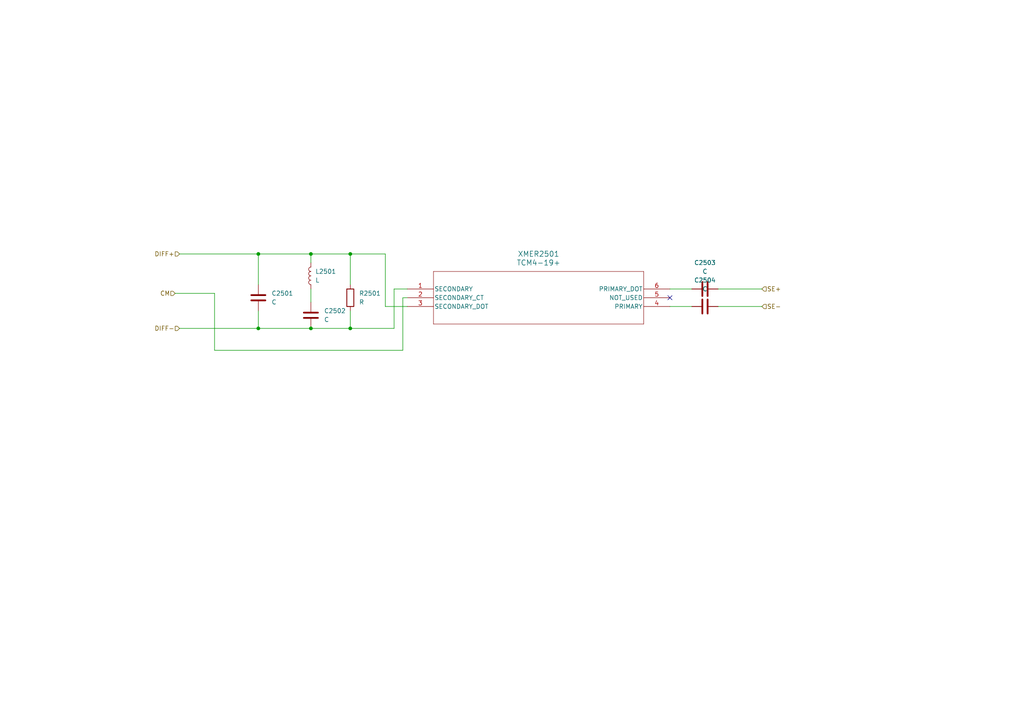
<source format=kicad_sch>
(kicad_sch (version 20231120) (generator "eeschema") (generator_version "8.0")
  (paper "A4")
  (lib_symbols
    (symbol "001_symbol:TCM4-19+" (pin_names (offset 0.254))
      (property "Reference" "XMER" (at 38.1 10.16 0))
      (property "Value" "TCM4-19+" (at 38.1 7.62 0))
      (symbol "TCM4-19+_0_1"
        (polyline (pts (xy 7.62 -10.16) (xy 68.58 -10.16)) (stroke (width 0.127)))
        (polyline (pts (xy 7.62 5.08) (xy 7.62 -10.16)) (stroke (width 0.127)))
        (polyline (pts (xy 68.58 -10.16) (xy 68.58 5.08)) (stroke (width 0.127)))
        (polyline (pts (xy 68.58 5.08) (xy 7.62 5.08)) (stroke (width 0.127)))
        (pin unspecified line (at 0 0 0) (length 7.62) (name "SECONDARY") (number "1"))
        (pin unspecified line (at 0 -2.54 0) (length 7.62) (name "SECONDARY_CT") (number "2"))
        (pin unspecified line (at 0 -5.08 0) (length 7.62) (name "SECONDARY_DOT") (number "3"))
        (pin unspecified line (at 76.2 -5.08 180) (length 7.62) (name "PRIMARY") (number "4"))
        (pin unspecified line (at 76.2 -2.54 180) (length 7.62) (name "NOT_USED") (number "5"))
        (pin unspecified line (at 76.2 0 180) (length 7.62) (name "PRIMARY_DOT") (number "6"))
      )
    )
    (symbol "Device:C" (pin_numbers hide) (pin_names (offset 0.254))
      (property "Reference" "C" (at 0.635 2.54 0))
      (property "Value" "C" (at 0.635 -2.54 0))
      (symbol "C_0_1"
        (polyline (pts (xy -2.032 -0.762) (xy 2.032 -0.762)) (stroke (width 0.508)))
        (polyline (pts (xy -2.032 0.762) (xy 2.032 0.762)) (stroke (width 0.508)))
      )
      (symbol "C_1_1"
        (pin passive line (at 0 3.81 270) (length 2.794) (name "~") (number "1"))
        (pin passive line (at 0 -3.81 90) (length 2.794) (name "~") (number "2"))
      )
    )
    (symbol "Device:L" (pin_numbers hide) (pin_names (offset 1.016) hide)
      (property "Reference" "L" (at -1.27 0 90))
      (property "Value" "L" (at 1.905 0 90))
      (symbol "L_0_1"
        (arc (start 0 -2.54) (mid 0.6323 -1.905) (end 0 -1.27))
        (arc (start 0 -1.27) (mid 0.6323 -0.635) (end 0 0))
        (arc (start 0 0) (mid 0.6323 0.635) (end 0 1.27))
        (arc (start 0 1.27) (mid 0.6323 1.905) (end 0 2.54))
      )
      (symbol "L_1_1"
        (pin passive line (at 0 3.81 270) (length 1.27) (name "1") (number "1"))
        (pin passive line (at 0 -3.81 90) (length 1.27) (name "2") (number "2"))
      )
    )
    (symbol "Device:R" (pin_numbers hide) (pin_names (offset 0))
      (property "Reference" "R" (at 2.032 0 90))
      (property "Value" "R" (at 0 0 90))
      (symbol "R_0_1"
        (rectangle (start -1.016 -2.54) (end 1.016 2.54) (stroke (width 0.254)))
      )
      (symbol "R_1_1"
        (pin passive line (at 0 3.81 270) (length 1.27) (name "~") (number "1"))
        (pin passive line (at 0 -3.81 90) (length 1.27) (name "~") (number "2"))
      )
    )
  )
  (junction (at 101.6 73.66))
  (junction (at 90.17 73.66))
  (junction (at 90.17 95.25))
  (junction (at 74.93 95.25))
  (junction (at 74.93 73.66))
  (junction (at 101.6 95.25))
  (no_connect (at 194.31 86.36))
  (wire (pts (xy 90.17 95.25) (xy 101.6 95.25)))
  (wire (pts (xy 116.84 101.6) (xy 116.84 86.36)))
  (wire (pts (xy 74.93 73.66) (xy 74.93 82.55)))
  (wire (pts (xy 52.07 73.66) (xy 74.93 73.66)))
  (wire (pts (xy 50.8 85.09) (xy 62.23 85.09)))
  (wire (pts (xy 101.6 73.66) (xy 101.6 82.55)))
  (wire (pts (xy 74.93 73.66) (xy 90.17 73.66)))
  (wire (pts (xy 101.6 95.25) (xy 114.3 95.25)))
  (wire (pts (xy 74.93 90.17) (xy 74.93 95.25)))
  (wire (pts (xy 90.17 83.82) (xy 90.17 87.63)))
  (wire (pts (xy 111.76 73.66) (xy 111.76 88.9)))
  (wire (pts (xy 62.23 101.6) (xy 116.84 101.6)))
  (wire (pts (xy 114.3 83.82) (xy 118.11 83.82)))
  (wire (pts (xy 101.6 90.17) (xy 101.6 95.25)))
  (wire (pts (xy 208.28 83.82) (xy 220.98 83.82)))
  (wire (pts (xy 194.31 83.82) (xy 200.66 83.82)))
  (wire (pts (xy 116.84 86.36) (xy 118.11 86.36)))
  (wire (pts (xy 52.07 95.25) (xy 74.93 95.25)))
  (wire (pts (xy 74.93 95.25) (xy 90.17 95.25)))
  (wire (pts (xy 208.28 88.9) (xy 220.98 88.9)))
  (wire (pts (xy 194.31 88.9) (xy 200.66 88.9)))
  (wire (pts (xy 90.17 73.66) (xy 101.6 73.66)))
  (wire (pts (xy 111.76 88.9) (xy 118.11 88.9)))
  (wire (pts (xy 62.23 85.09) (xy 62.23 101.6)))
  (wire (pts (xy 114.3 95.25) (xy 114.3 83.82)))
  (wire (pts (xy 101.6 73.66) (xy 111.76 73.66)))
  (wire (pts (xy 90.17 76.2) (xy 90.17 73.66)))
  (hierarchical_label "CM" (shape input) (at 50.8 85.09 180))
  (hierarchical_label "DIFF-" (shape input) (at 52.07 95.25 180))
  (hierarchical_label "DIFF+" (shape input) (at 52.07 73.66 180))
  (hierarchical_label "SE+" (shape input) (at 220.98 83.82 0))
  (hierarchical_label "SE-" (shape input) (at 220.98 88.9 0))
  (symbol (lib_id "Device:R") (at 101.6 86.36 180) (unit 1)
    (property "Reference" "R2501" (at 104.14 85.0899 0) (effects (justify right)))
    (property "Value" "R" (at 104.14 87.6299 0) (effects (justify right)))
    (property "Footprint" "Resistor_SMD:R_0603_1608Metric" (effects (hide yes)))
    (property "Description" "Resistor" (effects (hide yes)))
    (property "gfootprint" "0603" (effects (hide yes)))
    (instances (project "kdigitizer" (path "" (reference "R2501") (unit 1)) (path "" (reference "R2601") (unit 1))))
  )
  (symbol (lib_id "Device:C") (at 204.47 88.9 270) (mirror x) (unit 1)
    (property "Reference" "C2504" (at 204.47 81.28 90))
    (property "Value" "C" (at 204.47 83.82 90))
    (property "Footprint" "Capacitor_SMD:C_0603_1608Metric" (effects (hide yes)))
    (property "Description" "Unpolarized capacitor" (effects (hide yes)))
    (property "gfootprint" "0603" (effects (hide yes)))
    (instances (project "kdigitizer" (path "" (reference "C2504") (unit 1)) (path "" (reference "C2604") (unit 1))))
  )
  (symbol (lib_id "Device:L") (at 90.17 80.01 180) (unit 1)
    (property "Reference" "L2501" (at 91.44 78.7399 0) (effects (justify right)))
    (property "Value" "L" (at 91.44 81.2799 0) (effects (justify right)))
    (property "Footprint" "Inductor_SMD:L_0603_1608Metric" (effects (hide yes)))
    (property "Description" "Inductor" (effects (hide yes)))
    (property "gfootprint" "0603" (effects (hide yes)))
    (instances (project "kdigitizer" (path "" (reference "L2501") (unit 1)) (path "" (reference "L2601") (unit 1))))
  )
  (symbol (lib_id "Device:C") (at 204.47 83.82 270) (unit 1)
    (property "Reference" "C2503" (at 204.47 76.2 90))
    (property "Value" "C" (at 204.47 78.74 90))
    (property "Footprint" "Capacitor_SMD:C_0603_1608Metric" (effects (hide yes)))
    (property "Description" "Unpolarized capacitor" (effects (hide yes)))
    (property "gfootprint" "0603" (effects (hide yes)))
    (instances (project "kdigitizer" (path "" (reference "C2503") (unit 1)) (path "" (reference "C2603") (unit 1))))
  )
  (symbol (lib_id "Device:C") (at 90.17 91.44 180) (unit 1)
    (property "Reference" "C2502" (at 93.98 90.1699 0) (effects (justify right)))
    (property "Value" "C" (at 93.98 92.7099 0) (effects (justify right)))
    (property "Footprint" "Capacitor_SMD:C_0603_1608Metric" (effects (hide yes)))
    (property "Description" "Unpolarized capacitor" (effects (hide yes)))
    (property "gfootprint" "0603" (effects (hide yes)))
    (instances (project "kdigitizer" (path "" (reference "C2502") (unit 1)) (path "" (reference "C2602") (unit 1))))
  )
  (symbol (lib_id "Device:C") (at 74.93 86.36 180) (unit 1)
    (property "Reference" "C2501" (at 78.74 85.0899 0) (effects (justify right)))
    (property "Value" "C" (at 78.74 87.6299 0) (effects (justify right)))
    (property "Footprint" "Capacitor_SMD:C_0603_1608Metric" (effects (hide yes)))
    (property "Description" "Unpolarized capacitor" (effects (hide yes)))
    (property "gfootprint" "0603" (effects (hide yes)))
    (instances (project "kdigitizer" (path "" (reference "C2501") (unit 1)) (path "" (reference "C2601") (unit 1))))
  )
  (symbol (lib_id "001_symbol:TCM4-19+") (at 118.11 83.82 0) (unit 1)
    (property "Reference" "XMER2501" (at 156.21 73.66 0) (effects (font (size 1.524 1.524))))
    (property "Value" "TCM4-19+" (at 156.21 76.2 0) (effects (font (size 1.524 1.524))))
    (property "Footprint" "001_download:DB714_MNC" (effects (hide yes)))
    (property "Datasheet" "TCM4-19+" (effects (hide yes)))
    (instances (project "kdigitizer" (path "" (reference "XMER2501") (unit 1)) (path "" (reference "XMER2601") (unit 1))))
  )
)
</source>
